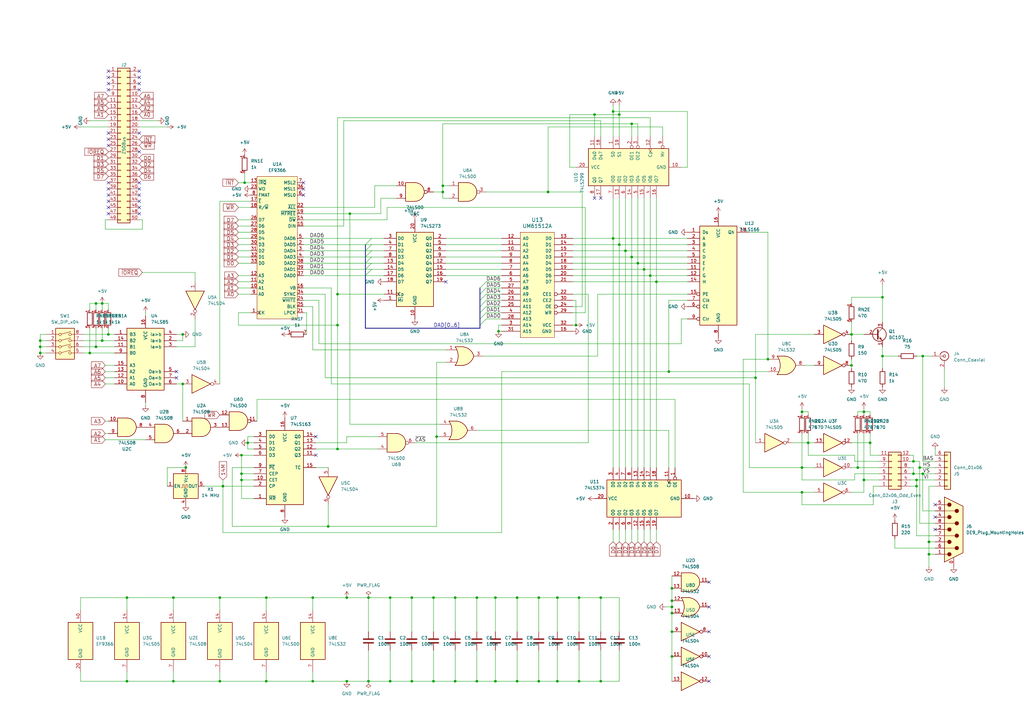
<source format=kicad_sch>
(kicad_sch (version 20230121) (generator eeschema)
  (paper "A3")
  (title_block (title "Z50Bus compatible GDP Card") (date "2024-04-26") (rev "1") (comment 1 "by Florian Reitz") (comment 3 "EF9366 graphics display processor") (comment 4 "Monochrome graphics card using the"))
  (junction (at 99.06 194.31))
  (junction (at 142.24 245.11))
  (junction (at 90.17 245.11))
  (junction (at 275.59 248.92))
  (junction (at 375.92 196.85))
  (junction (at 16.51 142.24))
  (junction (at 41.91 139.7))
  (junction (at 246.38 279.4))
  (junction (at 261.62 107.95))
  (junction (at 351.79 191.77))
  (junction (at 109.22 279.4))
  (junction (at 309.88 154.94))
  (junction (at 275.59 241.3))
  (junction (at 266.7 113.03))
  (junction (at 228.6 245.11))
  (junction (at 76.2 191.77))
  (junction (at 381 227.33))
  (junction (at 99.06 196.85))
  (junction (at 181.61 78.74))
  (junction (at 269.24 115.57))
  (junction (at 142.24 279.4))
  (junction (at 256.54 102.87))
  (junction (at 314.96 147.32))
  (junction (at 246.38 245.11))
  (junction (at 275.59 259.08))
  (junction (at 181.61 76.2))
  (junction (at 356.87 181.61))
  (junction (at 71.12 245.11))
  (junction (at 251.46 97.79))
  (junction (at 143.51 87.63))
  (junction (at 377.19 191.77))
  (junction (at 168.91 279.4))
  (junction (at 264.16 110.49))
  (junction (at 160.02 245.11))
  (junction (at 349.25 149.86))
  (junction (at 328.93 191.77))
  (junction (at 44.45 137.16))
  (junction (at 74.93 137.16))
  (junction (at 243.84 46.99))
  (junction (at 203.2 279.4))
  (junction (at 237.49 279.4))
  (junction (at 71.12 279.4))
  (junction (at 41.91 124.46))
  (junction (at 186.69 279.4))
  (junction (at 254 46.99))
  (junction (at 16.51 139.7))
  (junction (at 128.27 279.4))
  (junction (at 186.69 245.11))
  (junction (at 195.58 279.4))
  (junction (at 203.2 245.11))
  (junction (at 331.47 181.61))
  (junction (at 138.43 184.15))
  (junction (at 251.46 45.72))
  (junction (at 90.17 279.4))
  (junction (at 361.95 121.92))
  (junction (at 99.06 186.69))
  (junction (at 378.46 194.31))
  (junction (at 374.65 189.23))
  (junction (at 138.43 120.65))
  (junction (at 254 100.33))
  (junction (at 179.07 179.07))
  (junction (at 177.8 279.4))
  (junction (at 91.44 199.39))
  (junction (at 274.32 152.4))
  (junction (at 212.09 279.4))
  (junction (at 275.59 269.24))
  (junction (at 275.59 251.46))
  (junction (at 275.59 246.38))
  (junction (at 237.49 245.11))
  (junction (at 39.37 142.24))
  (junction (at 349.25 137.16))
  (junction (at 36.83 144.78))
  (junction (at 378.46 146.05))
  (junction (at 100.33 74.93))
  (junction (at 39.37 124.46))
  (junction (at 228.6 279.4))
  (junction (at 109.22 245.11))
  (junction (at 74.93 157.48))
  (junction (at 195.58 245.11))
  (junction (at 168.91 245.11))
  (junction (at 204.47 135.89))
  (junction (at 151.13 245.11))
  (junction (at 354.33 168.91))
  (junction (at 328.93 168.91))
  (junction (at 134.62 215.9))
  (junction (at 128.27 245.11))
  (junction (at 375.92 199.39))
  (junction (at 138.43 133.35))
  (junction (at 381 222.25))
  (junction (at 52.07 245.11))
  (junction (at 224.79 78.74))
  (junction (at 151.13 279.4))
  (junction (at 259.08 50.8))
  (junction (at 236.22 133.35))
  (junction (at 52.07 279.4))
  (junction (at 354.33 196.85))
  (junction (at 361.95 146.05))
  (junction (at 16.51 144.78))
  (junction (at 220.98 245.11))
  (junction (at 328.93 201.93))
  (junction (at 160.02 279.4))
  (junction (at 212.09 245.11))
  (junction (at 220.98 279.4))
  (junction (at 177.8 245.11))
  (junction (at 374.65 194.31))
  (junction (at 101.6 181.61))
  (junction (at 259.08 105.41))
  (no_connect (at 383.54 217.17))
  (no_connect (at 57.15 82.55))
  (no_connect (at 57.15 77.47))
  (no_connect (at 57.15 34.29))
  (no_connect (at 44.45 80.01))
  (no_connect (at 44.45 59.69))
  (no_connect (at 124.46 77.47))
  (no_connect (at 290.83 269.24))
  (no_connect (at 129.54 179.07))
  (no_connect (at 290.83 248.92))
  (no_connect (at 44.45 87.63))
  (no_connect (at 57.15 36.83))
  (no_connect (at 57.15 29.21))
  (no_connect (at 57.15 80.01))
  (no_connect (at 383.54 212.09))
  (no_connect (at 44.45 34.29))
  (no_connect (at 72.39 154.94))
  (no_connect (at 243.84 81.28))
  (no_connect (at 44.45 57.15))
  (no_connect (at 44.45 77.47))
  (no_connect (at 57.15 31.75))
  (no_connect (at 124.46 80.01))
  (no_connect (at 383.54 207.01))
  (no_connect (at 124.46 74.93))
  (no_connect (at 57.15 54.61))
  (no_connect (at 44.45 54.61))
  (no_connect (at 129.54 186.69))
  (no_connect (at 290.83 279.4))
  (no_connect (at 57.15 62.23))
  (no_connect (at 72.39 152.4))
  (no_connect (at 290.83 238.76))
  (no_connect (at 44.45 31.75))
  (no_connect (at 44.45 82.55))
  (no_connect (at 44.45 85.09))
  (no_connect (at 44.45 29.21))
  (no_connect (at 182.88 115.57))
  (no_connect (at 57.15 85.09))
  (no_connect (at 44.45 74.93))
  (no_connect (at 44.45 36.83))
  (no_connect (at 246.38 81.28))
  (no_connect (at 290.83 259.08))
  (no_connect (at 57.15 74.93))
  (no_connect (at 57.15 87.63))
  (bus_entry (at 196.85 130.81) (size 2.54 -2.54))
  (bus_entry (at 196.85 125.73) (size 2.54 -2.54))
  (bus_entry (at 196.85 128.27) (size 2.54 -2.54))
  (bus_entry (at 149.86 102.87) (size 2.54 -2.54))
  (bus_entry (at 196.85 123.19) (size 2.54 -2.54))
  (bus_entry (at 196.85 120.65) (size 2.54 -2.54))
  (bus_entry (at 196.85 133.35) (size 2.54 -2.54))
  (bus_entry (at 196.85 118.11) (size 2.54 -2.54))
  (bus_entry (at 149.86 100.33) (size 2.54 -2.54))
  (bus_entry (at 149.86 110.49) (size 2.54 -2.54))
  (bus_entry (at 149.86 105.41) (size 2.54 -2.54))
  (bus_entry (at 149.86 113.03) (size 2.54 -2.54))
  (bus_entry (at 149.86 107.95) (size 2.54 -2.54))
  (wire (pts (xy 373.38 194.31) (xy 374.65 194.31)))
  (wire (pts (xy 124.46 87.63) (xy 143.51 87.63)))
  (wire (pts (xy 34.29 144.78) (xy 36.83 144.78)))
  (wire (pts (xy 102.87 102.87) (xy 97.79 102.87)))
  (wire (pts (xy 233.68 46.99) (xy 243.84 46.99)))
  (wire (pts (xy 275.59 269.24) (xy 275.59 279.4)))
  (wire (pts (xy 203.2 266.7) (xy 203.2 279.4)))
  (wire (pts (xy 234.95 97.79) (xy 251.46 97.79)))
  (wire (pts (xy 149.86 107.95) (xy 152.4 107.95)))
  (wire (pts (xy 259.08 50.8) (xy 181.61 50.8)))
  (wire (pts (xy 168.91 266.7) (xy 168.91 279.4)))
  (wire (pts (xy 328.93 196.85) (xy 328.93 191.77)))
  (wire (pts (xy 351.79 168.91) (xy 354.33 168.91)))
  (wire (pts (xy 90.17 82.55) (xy 102.87 82.55)))
  (wire (pts (xy 387.35 151.13) (xy 387.35 158.75)))
  (wire (pts (xy 149.86 113.03) (xy 157.48 113.03)))
  (wire (pts (xy 383.54 224.79) (xy 367.03 224.79)))
  (wire (pts (xy 182.88 113.03) (xy 205.74 113.03)))
  (wire (pts (xy 351.79 170.18) (xy 351.79 168.91)))
  (wire (pts (xy 43.18 172.72) (xy 44.45 172.72)))
  (wire (pts (xy 91.44 218.44) (xy 205.74 218.44)))
  (bus (pts (xy 149.86 134.62) (xy 196.85 134.62)))
  (wire (pts (xy 276.86 163.83) (xy 105.41 163.83)))
  (wire (pts (xy 39.37 142.24) (xy 46.99 142.24)))
  (wire (pts (xy 238.76 78.74) (xy 238.76 125.73)))
  (wire (pts (xy 246.38 55.88) (xy 246.38 49.53)))
  (wire (pts (xy 129.54 191.77) (xy 134.62 191.77)))
  (wire (pts (xy 68.58 191.77) (xy 76.2 191.77)))
  (wire (pts (xy 276.86 191.77) (xy 276.86 163.83)))
  (wire (pts (xy 236.22 133.35) (xy 234.95 133.35)))
  (bus (pts (xy 149.86 110.49) (xy 149.86 113.03)))
  (wire (pts (xy 331.47 170.18) (xy 331.47 168.91)))
  (wire (pts (xy 264.16 81.28) (xy 264.16 110.49)))
  (wire (pts (xy 124.46 85.09) (xy 153.67 85.09)))
  (wire (pts (xy 105.41 163.83) (xy 105.41 172.72)))
  (wire (pts (xy 269.24 115.57) (xy 281.94 115.57)))
  (wire (pts (xy 373.38 189.23) (xy 374.65 189.23)))
  (wire (pts (xy 130.81 140.97) (xy 279.4 140.97)))
  (wire (pts (xy 349.25 132.08) (xy 349.25 137.16)))
  (wire (pts (xy 151.13 266.7) (xy 151.13 279.4)))
  (wire (pts (xy 361.95 121.92) (xy 349.25 121.92)))
  (wire (pts (xy 68.58 199.39) (xy 68.58 191.77)))
  (wire (pts (xy 182.88 100.33) (xy 205.74 100.33)))
  (wire (pts (xy 143.51 173.99) (xy 143.51 87.63)))
  (wire (pts (xy 264.16 217.17) (xy 264.16 222.25)))
  (wire (pts (xy 57.15 90.17) (xy 58.42 90.17)))
  (wire (pts (xy 199.39 78.74) (xy 224.79 78.74)))
  (wire (pts (xy 224.79 52.07) (xy 224.79 78.74)))
  (wire (pts (xy 361.95 151.13) (xy 361.95 146.05)))
  (wire (pts (xy 104.14 204.47) (xy 99.06 204.47)))
  (wire (pts (xy 44.45 49.53) (xy 36.83 49.53)))
  (wire (pts (xy 43.18 149.86) (xy 46.99 149.86)))
  (wire (pts (xy 97.79 113.03) (xy 102.87 113.03)))
  (wire (pts (xy 99.06 196.85) (xy 99.06 194.31)))
  (wire (pts (xy 275.59 259.08) (xy 275.59 269.24)))
  (wire (pts (xy 152.4 100.33) (xy 157.48 100.33)))
  (wire (pts (xy 33.02 279.4) (xy 52.07 279.4)))
  (wire (pts (xy 140.97 49.53) (xy 246.38 49.53)))
  (wire (pts (xy 101.6 184.15) (xy 104.14 184.15)))
  (wire (pts (xy 52.07 275.59) (xy 52.07 279.4)))
  (wire (pts (xy 124.46 110.49) (xy 149.86 110.49)))
  (wire (pts (xy 378.46 194.31) (xy 383.54 194.31)))
  (wire (pts (xy 203.2 279.4) (xy 212.09 279.4)))
  (wire (pts (xy 151.13 259.08) (xy 151.13 245.11)))
  (wire (pts (xy 381 199.39) (xy 381 222.25)))
  (wire (pts (xy 41.91 134.62) (xy 41.91 139.7)))
  (wire (pts (xy 275.59 241.3) (xy 275.59 246.38)))
  (wire (pts (xy 212.09 259.08) (xy 212.09 245.11)))
  (wire (pts (xy 251.46 81.28) (xy 251.46 97.79)))
  (wire (pts (xy 349.25 147.32) (xy 349.25 149.86)))
  (wire (pts (xy 358.14 207.01) (xy 328.93 207.01)))
  (wire (pts (xy 279.4 130.81) (xy 281.94 130.81)))
  (wire (pts (xy 238.76 125.73) (xy 234.95 125.73)))
  (wire (pts (xy 212.09 279.4) (xy 220.98 279.4)))
  (wire (pts (xy 99.06 194.31) (xy 104.14 194.31)))
  (wire (pts (xy 243.84 55.88) (xy 243.84 46.99)))
  (wire (pts (xy 354.33 177.8) (xy 354.33 196.85)))
  (wire (pts (xy 102.87 128.27) (xy 97.79 128.27)))
  (wire (pts (xy 186.69 245.11) (xy 195.58 245.11)))
  (wire (pts (xy 350.52 186.69) (xy 331.47 186.69)))
  (wire (pts (xy 138.43 133.35) (xy 138.43 184.15)))
  (wire (pts (xy 381 222.25) (xy 383.54 222.25)))
  (wire (pts (xy 356.87 181.61) (xy 356.87 186.69)))
  (wire (pts (xy 97.79 118.11) (xy 102.87 118.11)))
  (wire (pts (xy 349.25 149.86) (xy 349.25 151.13)))
  (wire (pts (xy 220.98 259.08) (xy 220.98 245.11)))
  (wire (pts (xy 361.95 116.84) (xy 361.95 121.92)))
  (wire (pts (xy 328.93 167.64) (xy 328.93 168.91)))
  (wire (pts (xy 264.16 110.49) (xy 281.94 110.49)))
  (wire (pts (xy 124.46 113.03) (xy 149.86 113.03)))
  (wire (pts (xy 138.43 184.15) (xy 154.94 184.15)))
  (wire (pts (xy 381 222.25) (xy 381 227.33)))
  (wire (pts (xy 44.45 137.16) (xy 46.99 137.16)))
  (wire (pts (xy 251.46 97.79) (xy 251.46 191.77)))
  (wire (pts (xy 259.08 105.41) (xy 259.08 191.77)))
  (wire (pts (xy 138.43 184.15) (xy 129.54 184.15)))
  (wire (pts (xy 140.97 92.71) (xy 140.97 49.53)))
  (wire (pts (xy 124.46 123.19) (xy 130.81 123.19)))
  (wire (pts (xy 354.33 196.85) (xy 354.33 201.93)))
  (wire (pts (xy 43.18 157.48) (xy 46.99 157.48)))
  (wire (pts (xy 142.24 179.07) (xy 142.24 181.61)))
  (wire (pts (xy 378.46 209.55) (xy 383.54 209.55)))
  (wire (pts (xy 233.68 68.58) (xy 233.68 46.99)))
  (wire (pts (xy 41.91 124.46) (xy 44.45 124.46)))
  (wire (pts (xy 149.86 105.41) (xy 152.4 105.41)))
  (wire (pts (xy 360.68 189.23) (xy 350.52 189.23)))
  (wire (pts (xy 128.27 275.59) (xy 128.27 279.4)))
  (wire (pts (xy 182.88 107.95) (xy 205.74 107.95)))
  (wire (pts (xy 205.74 152.4) (xy 274.32 152.4)))
  (wire (pts (xy 373.38 191.77) (xy 374.65 191.77)))
  (wire (pts (xy 149.86 100.33) (xy 152.4 100.33)))
  (wire (pts (xy 128.27 125.73) (xy 128.27 143.51)))
  (wire (pts (xy 360.68 194.31) (xy 350.52 194.31)))
  (wire (pts (xy 241.3 181.61) (xy 170.18 181.61)))
  (wire (pts (xy 375.92 196.85) (xy 375.92 199.39)))
  (wire (pts (xy 358.14 199.39) (xy 358.14 207.01)))
  (wire (pts (xy 351.79 177.8) (xy 351.79 191.77)))
  (wire (pts (xy 220.98 279.4) (xy 228.6 279.4)))
  (wire (pts (xy 124.46 102.87) (xy 149.86 102.87)))
  (wire (pts (xy 237.49 266.7) (xy 237.49 279.4)))
  (bus (pts (xy 149.86 102.87) (xy 149.86 105.41)))
  (wire (pts (xy 152.4 105.41) (xy 157.48 105.41)))
  (wire (pts (xy 41.91 139.7) (xy 46.99 139.7)))
  (wire (pts (xy 83.82 199.39) (xy 91.44 199.39)))
  (wire (pts (xy 234.95 115.57) (xy 269.24 115.57)))
  (wire (pts (xy 269.24 217.17) (xy 269.24 222.25)))
  (wire (pts (xy 378.46 146.05) (xy 382.27 146.05)))
  (wire (pts (xy 377.19 189.23) (xy 377.19 191.77)))
  (wire (pts (xy 354.33 167.64) (xy 354.33 168.91)))
  (wire (pts (xy 375.92 196.85) (xy 383.54 196.85)))
  (wire (pts (xy 91.44 199.39) (xy 91.44 218.44)))
  (wire (pts (xy 271.78 52.07) (xy 224.79 52.07)))
  (wire (pts (xy 377.19 191.77) (xy 377.19 214.63)))
  (wire (pts (xy 269.24 81.28) (xy 269.24 115.57)))
  (wire (pts (xy 128.27 245.11) (xy 128.27 250.19)))
  (wire (pts (xy 328.93 168.91) (xy 328.93 170.18)))
  (wire (pts (xy 279.4 140.97) (xy 279.4 130.81)))
  (wire (pts (xy 354.33 168.91) (xy 354.33 170.18)))
  (wire (pts (xy 381 227.33) (xy 383.54 227.33)))
  (wire (pts (xy 259.08 105.41) (xy 281.94 105.41)))
  (wire (pts (xy 59.69 128.27) (xy 59.69 129.54)))
  (wire (pts (xy 256.54 102.87) (xy 281.94 102.87)))
  (wire (pts (xy 195.58 245.11) (xy 195.58 259.08)))
  (wire (pts (xy 331.47 181.61) (xy 334.01 181.61)))
  (wire (pts (xy 325.12 181.61) (xy 331.47 181.61)))
  (wire (pts (xy 39.37 124.46) (xy 41.91 124.46)))
  (wire (pts (xy 41.91 124.46) (xy 41.91 127)))
  (wire (pts (xy 90.17 157.48) (xy 90.17 82.55)))
  (wire (pts (xy 254 81.28) (xy 254 100.33)))
  (wire (pts (xy 354.33 196.85) (xy 360.68 196.85)))
  (wire (pts (xy 33.02 250.19) (xy 33.02 245.11)))
  (bus (pts (xy 196.85 125.73) (xy 196.85 128.27)))
  (wire (pts (xy 375.92 219.71) (xy 383.54 219.71)))
  (wire (pts (xy 124.46 107.95) (xy 149.86 107.95)))
  (wire (pts (xy 134.62 207.01) (xy 134.62 215.9)))
  (wire (pts (xy 383.54 184.15) (xy 383.54 186.69)))
  (wire (pts (xy 186.69 266.7) (xy 186.69 279.4)))
  (wire (pts (xy 182.88 97.79) (xy 205.74 97.79)))
  (wire (pts (xy 373.38 196.85) (xy 375.92 196.85)))
  (wire (pts (xy 177.8 245.11) (xy 186.69 245.11)))
  (wire (pts (xy 39.37 134.62) (xy 39.37 142.24)))
  (wire (pts (xy 309.88 154.94) (xy 309.88 181.61)))
  (wire (pts (xy 259.08 81.28) (xy 259.08 105.41)))
  (wire (pts (xy 177.8 266.7) (xy 177.8 279.4)))
  (wire (pts (xy 72.39 137.16) (xy 74.93 137.16)))
  (wire (pts (xy 328.93 207.01) (xy 328.93 201.93)))
  (wire (pts (xy 177.8 245.11) (xy 177.8 259.08)))
  (wire (pts (xy 256.54 81.28) (xy 256.54 102.87)))
  (wire (pts (xy 125.73 128.27) (xy 125.73 137.16)))
  (wire (pts (xy 102.87 95.25) (xy 97.79 95.25)))
  (wire (pts (xy 274.32 176.53) (xy 274.32 191.77)))
  (wire (pts (xy 181.61 78.74) (xy 181.61 81.28)))
  (wire (pts (xy 374.65 189.23) (xy 377.19 189.23)))
  (wire (pts (xy 266.7 217.17) (xy 266.7 222.25)))
  (wire (pts (xy 304.8 147.32) (xy 304.8 201.93)))
  (wire (pts (xy 251.46 217.17) (xy 251.46 222.25)))
  (wire (pts (xy 124.46 128.27) (xy 125.73 128.27)))
  (wire (pts (xy 234.95 105.41) (xy 259.08 105.41)))
  (wire (pts (xy 154.94 179.07) (xy 142.24 179.07)))
  (wire (pts (xy 195.58 245.11) (xy 203.2 245.11)))
  (wire (pts (xy 205.74 133.35) (xy 204.47 133.35)))
  (wire (pts (xy 149.86 102.87) (xy 152.4 102.87)))
  (wire (pts (xy 80.01 130.81) (xy 80.01 142.24)))
  (wire (pts (xy 228.6 245.11) (xy 228.6 259.08)))
  (wire (pts (xy 128.27 245.11) (xy 142.24 245.11)))
  (wire (pts (xy 307.34 191.77) (xy 328.93 191.77)))
  (wire (pts (xy 91.44 199.39) (xy 104.14 199.39)))
  (wire (pts (xy 199.39 125.73) (xy 205.74 125.73)))
  (wire (pts (xy 72.39 157.48) (xy 74.93 157.48)))
  (wire (pts (xy 251.46 97.79) (xy 281.94 97.79)))
  (wire (pts (xy 186.69 279.4) (xy 195.58 279.4)))
  (wire (pts (xy 237.49 245.11) (xy 246.38 245.11)))
  (wire (pts (xy 349.25 201.93) (xy 354.33 201.93)))
  (wire (pts (xy 133.35 154.94) (xy 309.88 154.94)))
  (wire (pts (xy 275.59 251.46) (xy 275.59 259.08)))
  (wire (pts (xy 95.25 215.9) (xy 134.62 215.9)))
  (wire (pts (xy 43.18 93.98) (xy 43.18 90.17)))
  (wire (pts (xy 44.45 52.07) (xy 33.02 52.07)))
  (wire (pts (xy 237.49 279.4) (xy 228.6 279.4)))
  (wire (pts (xy 254 100.33) (xy 281.94 100.33)))
  (wire (pts (xy 160.02 279.4) (xy 168.91 279.4)))
  (bus (pts (xy 196.85 133.35) (xy 196.85 134.62)))
  (wire (pts (xy 52.07 245.11) (xy 52.07 250.19)))
  (wire (pts (xy 43.18 180.34) (xy 59.69 180.34)))
  (wire (pts (xy 331.47 186.69) (xy 331.47 181.61)))
  (wire (pts (xy 152.4 110.49) (xy 157.48 110.49)))
  (wire (pts (xy 381 199.39) (xy 383.54 199.39)))
  (wire (pts (xy 160.02 259.08) (xy 160.02 245.11)))
  (wire (pts (xy 181.61 76.2) (xy 181.61 78.74)))
  (wire (pts (xy 274.32 123.19) (xy 274.32 152.4)))
  (wire (pts (xy 361.95 142.24) (xy 361.95 146.05)))
  (wire (pts (xy 245.11 146.05) (xy 245.11 120.65)))
  (wire (pts (xy 71.12 279.4) (xy 90.17 279.4)))
  (wire (pts (xy 124.46 120.65) (xy 133.35 120.65)))
  (wire (pts (xy 143.51 87.63) (xy 156.21 87.63)))
  (wire (pts (xy 328.93 191.77) (xy 334.01 191.77)))
  (wire (pts (xy 246.38 266.7) (xy 246.38 279.4)))
  (wire (pts (xy 281.94 68.58) (xy 281.94 45.72)))
  (wire (pts (xy 44.45 134.62) (xy 44.45 137.16)))
  (wire (pts (xy 36.83 134.62) (xy 36.83 144.78)))
  (wire (pts (xy 240.03 85.09) (xy 240.03 128.27)))
  (wire (pts (xy 168.91 245.11) (xy 177.8 245.11)))
  (wire (pts (xy 350.52 196.85) (xy 328.93 196.85)))
  (wire (pts (xy 204.47 133.35) (xy 204.47 135.89)))
  (wire (pts (xy 36.83 144.78) (xy 46.99 144.78)))
  (wire (pts (xy 241.3 120.65) (xy 241.3 181.61)))
  (wire (pts (xy 195.58 279.4) (xy 203.2 279.4)))
  (wire (pts (xy 138.43 120.65) (xy 157.48 120.65)))
  (wire (pts (xy 124.46 105.41) (xy 149.86 105.41)))
  (wire (pts (xy 356.87 168.91) (xy 354.33 168.91)))
  (wire (pts (xy 43.18 152.4) (xy 46.99 152.4)))
  (wire (pts (xy 254 245.11) (xy 254 259.08)))
  (wire (pts (xy 177.8 279.4) (xy 186.69 279.4)))
  (wire (pts (xy 199.39 120.65) (xy 205.74 120.65)))
  (wire (pts (xy 34.29 139.7) (xy 41.91 139.7)))
  (wire (pts (xy 374.65 191.77) (xy 374.65 194.31)))
  (wire (pts (xy 279.4 68.58) (xy 281.94 68.58)))
  (wire (pts (xy 64.77 49.53) (xy 57.15 49.53)))
  (wire (pts (xy 99.06 196.85) (xy 104.14 196.85)))
  (wire (pts (xy 102.87 92.71) (xy 97.79 92.71)))
  (wire (pts (xy 52.07 279.4) (xy 71.12 279.4)))
  (wire (pts (xy 251.46 45.72) (xy 251.46 55.88)))
  (wire (pts (xy 100.33 71.12) (xy 100.33 74.93)))
  (wire (pts (xy 304.8 201.93) (xy 328.93 201.93)))
  (wire (pts (xy 34.29 142.24) (xy 39.37 142.24)))
  (wire (pts (xy 377.19 191.77) (xy 383.54 191.77)))
  (wire (pts (xy 151.13 245.11) (xy 160.02 245.11)))
  (wire (pts (xy 199.39 118.11) (xy 205.74 118.11)))
  (wire (pts (xy 130.81 123.19) (xy 130.81 140.97)))
  (wire (pts (xy 90.17 275.59) (xy 90.17 279.4)))
  (wire (pts (xy 234.95 120.65) (xy 241.3 120.65)))
  (wire (pts (xy 72.39 142.24) (xy 80.01 142.24)))
  (wire (pts (xy 135.89 118.11) (xy 135.89 157.48)))
  (wire (pts (xy 149.86 110.49) (xy 152.4 110.49)))
  (wire (pts (xy 97.79 120.65) (xy 102.87 120.65)))
  (wire (pts (xy 261.62 81.28) (xy 261.62 107.95)))
  (wire (pts (xy 102.87 97.79) (xy 97.79 97.79)))
  (wire (pts (xy 160.02 245.11) (xy 168.91 245.11)))
  (wire (pts (xy 142.24 245.11) (xy 151.13 245.11)))
  (wire (pts (xy 271.78 55.88) (xy 271.78 52.07)))
  (wire (pts (xy 349.25 121.92) (xy 349.25 124.46)))
  (wire (pts (xy 90.17 245.11) (xy 90.17 250.19)))
  (wire (pts (xy 152.4 107.95) (xy 157.48 107.95)))
  (wire (pts (xy 198.12 146.05) (xy 245.11 146.05)))
  (wire (pts (xy 16.51 137.16) (xy 16.51 139.7)))
  (wire (pts (xy 361.95 121.92) (xy 361.95 132.08)))
  (wire (pts (xy 234.95 113.03) (xy 266.7 113.03)))
  (wire (pts (xy 275.59 248.92) (xy 275.59 251.46)))
  (wire (pts (xy 181.61 50.8) (xy 181.61 76.2)))
  (wire (pts (xy 373.38 199.39) (xy 375.92 199.39)))
  (wire (pts (xy 158.75 90.17) (xy 158.75 85.09)))
  (wire (pts (xy 314.96 147.32) (xy 304.8 147.32)))
  (wire (pts (xy 124.46 92.71) (xy 140.97 92.71)))
  (wire (pts (xy 179.07 179.07) (xy 180.34 179.07)))
  (wire (pts (xy 179.07 215.9) (xy 134.62 215.9)))
  (bus (pts (xy 196.85 123.19) (xy 196.85 125.73)))
  (wire (pts (xy 43.18 177.8) (xy 44.45 177.8)))
  (wire (pts (xy 205.74 218.44) (xy 205.74 152.4)))
  (wire (pts (xy 109.22 245.11) (xy 109.22 250.19)))
  (wire (pts (xy 16.51 144.78) (xy 19.05 144.78)))
  (wire (pts (xy 184.15 76.2) (xy 181.61 76.2)))
  (wire (pts (xy 124.46 125.73) (xy 128.27 125.73)))
  (wire (pts (xy 266.7 81.28) (xy 266.7 113.03)))
  (wire (pts (xy 39.37 127) (xy 39.37 124.46)))
  (wire (pts (xy 128.27 143.51) (xy 182.88 143.51)))
  (wire (pts (xy 199.39 128.27) (xy 205.74 128.27)))
  (wire (pts (xy 203.2 245.11) (xy 212.09 245.11)))
  (wire (pts (xy 261.62 50.8) (xy 259.08 50.8)))
  (wire (pts (xy 151.13 279.4) (xy 160.02 279.4)))
  (wire (pts (xy 16.51 142.24) (xy 16.51 144.78)))
  (wire (pts (xy 43.18 154.94) (xy 46.99 154.94)))
  (wire (pts (xy 224.79 78.74) (xy 238.76 78.74)))
  (wire (pts (xy 97.79 133.35) (xy 138.43 133.35)))
  (wire (pts (xy 261.62 107.95) (xy 261.62 191.77)))
  (wire (pts (xy 212.09 266.7) (xy 212.09 279.4)))
  (wire (pts (xy 71.12 275.59) (xy 71.12 279.4)))
  (wire (pts (xy 124.46 90.17) (xy 158.75 90.17)))
  (wire (pts (xy 57.15 52.07) (xy 68.58 52.07)))
  (wire (pts (xy 74.93 137.16) (xy 74.93 139.7)))
  (wire (pts (xy 109.22 275.59) (xy 109.22 279.4)))
  (wire (pts (xy 228.6 245.11) (xy 237.49 245.11)))
  (wire (pts (xy 74.93 157.48) (xy 74.93 172.72)))
  (wire (pts (xy 181.61 78.74) (xy 177.8 78.74)))
  (wire (pts (xy 240.03 128.27) (xy 234.95 128.27)))
  (wire (pts (xy 58.42 90.17) (xy 58.42 93.98)))
  (wire (pts (xy 97.79 85.09) (xy 102.87 85.09)))
  (wire (pts (xy 266.7 55.88) (xy 266.7 48.26)))
  (wire (pts (xy 275.59 246.38) (xy 275.59 248.92)))
  (wire (pts (xy 243.84 46.99) (xy 254 46.99)))
  (wire (pts (xy 351.79 191.77) (xy 360.68 191.77)))
  (wire (pts (xy 331.47 177.8) (xy 331.47 181.61)))
  (wire (pts (xy 375.92 146.05) (xy 378.46 146.05)))
  (wire (pts (xy 152.4 97.79) (xy 157.48 97.79)))
  (wire (pts (xy 261.62 107.95) (xy 281.94 107.95)))
  (wire (pts (xy 199.39 123.19) (xy 205.74 123.19)))
  (wire (pts (xy 99.06 204.47) (xy 99.06 196.85)))
  (wire (pts (xy 97.79 74.93) (xy 100.33 74.93)))
  (wire (pts (xy 102.87 105.41) (xy 97.79 105.41)))
  (wire (pts (xy 71.12 245.11) (xy 71.12 250.19)))
  (bus (pts (xy 196.85 120.65) (xy 196.85 123.19)))
  (wire (pts (xy 95.25 191.77) (xy 104.14 191.77)))
  (wire (pts (xy 16.51 142.24) (xy 19.05 142.24)))
  (wire (pts (xy 124.46 100.33) (xy 149.86 100.33)))
  (wire (pts (xy 360.68 199.39) (xy 358.14 199.39)))
  (wire (pts (xy 160.02 266.7) (xy 160.02 279.4)))
  (wire (pts (xy 71.12 245.11) (xy 90.17 245.11)))
  (wire (pts (xy 33.02 279.4) (xy 33.02 275.59)))
  (wire (pts (xy 256.54 102.87) (xy 256.54 191.77)))
  (wire (pts (xy 182.88 110.49) (xy 205.74 110.49)))
  (wire (pts (xy 234.95 123.19) (xy 236.22 123.19)))
  (wire (pts (xy 246.38 245.11) (xy 246.38 259.08)))
  (wire (pts (xy 80.01 115.57) (xy 80.01 111.76)))
  (wire (pts (xy 203.2 259.08) (xy 203.2 245.11)))
  (wire (pts (xy 156.21 81.28) (xy 162.56 81.28)))
  (wire (pts (xy 349.25 191.77) (xy 351.79 191.77)))
  (wire (pts (xy 331.47 168.91) (xy 328.93 168.91)))
  (wire (pts (xy 259.08 217.17) (xy 259.08 222.25)))
  (wire (pts (xy 156.21 87.63) (xy 156.21 81.28)))
  (wire (pts (xy 97.79 128.27) (xy 97.79 133.35)))
  (wire (pts (xy 19.05 137.16) (xy 16.51 137.16)))
  (wire (pts (xy 44.45 124.46) (xy 44.45 127)))
  (wire (pts (xy 90.17 245.11) (xy 109.22 245.11)))
  (wire (pts (xy 36.83 124.46) (xy 39.37 124.46)))
  (wire (pts (xy 349.25 137.16) (xy 354.33 137.16)))
  (wire (pts (xy 104.14 179.07) (xy 101.6 179.07)))
  (bus (pts (xy 196.85 128.27) (xy 196.85 130.81)))
  (wire (pts (xy 246.38 279.4) (xy 237.49 279.4)))
  (wire (pts (xy 356.87 186.69) (xy 360.68 186.69)))
  (wire (pts (xy 264.16 110.49) (xy 264.16 191.77)))
  (wire (pts (xy 254 279.4) (xy 246.38 279.4)))
  (wire (pts (xy 91.44 196.85) (xy 91.44 199.39)))
  (wire (pts (xy 124.46 97.79) (xy 152.4 97.79)))
  (wire (pts (xy 158.75 85.09) (xy 240.03 85.09)))
  (wire (pts (xy 195.58 266.7) (xy 195.58 279.4)))
  (wire (pts (xy 168.91 279.4) (xy 177.8 279.4)))
  (bus (pts (xy 196.85 130.81) (xy 196.85 133.35)))
  (wire (pts (xy 95.25 215.9) (xy 95.25 191.77)))
  (wire (pts (xy 102.87 107.95) (xy 97.79 107.95)))
  (wire (pts (xy 58.42 93.98) (xy 43.18 93.98)))
  (wire (pts (xy 254 43.18) (xy 254 46.99)))
  (wire (pts (xy 275.59 248.92) (xy 273.05 248.92)))
  (wire (pts (xy 182.88 102.87) (xy 205.74 102.87)))
  (wire (pts (xy 373.38 186.69) (xy 374.65 186.69)))
  (wire (pts (xy 101.6 181.61) (xy 104.14 181.61)))
  (wire (pts (xy 269.24 115.57) (xy 269.24 191.77)))
  (wire (pts (xy 234.95 110.49) (xy 264.16 110.49)))
  (bus (pts (xy 149.86 113.03) (xy 149.86 134.62)))
  (wire (pts (xy 36.83 127) (xy 36.83 124.46)))
  (wire (pts (xy 256.54 217.17) (xy 256.54 222.25)))
  (wire (pts (xy 349.25 137.16) (xy 349.25 139.7)))
  (wire (pts (xy 100.33 74.93) (xy 102.87 74.93)))
  (bus (pts (xy 149.86 105.41) (xy 149.86 107.95)))
  (wire (pts (xy 128.27 279.4) (xy 142.24 279.4)))
  (wire (pts (xy 109.22 279.4) (xy 128.27 279.4)))
  (wire (pts (xy 236.22 68.58) (xy 233.68 68.58)))
  (wire (pts (xy 16.51 139.7) (xy 19.05 139.7)))
  (wire (pts (xy 186.69 245.11) (xy 186.69 259.08)))
  (wire (pts (xy 102.87 100.33) (xy 97.79 100.33)))
  (wire (pts (xy 220.98 266.7) (xy 220.98 279.4)))
  (wire (pts (xy 109.22 245.11) (xy 128.27 245.11)))
  (wire (pts (xy 349.25 181.61) (xy 356.87 181.61)))
  (wire (pts (xy 350.52 194.31) (xy 350.52 196.85)))
  (wire (pts (xy 236.22 123.19) (xy 236.22 133.35)))
  (wire (pts (xy 199.39 130.81) (xy 205.74 130.81)))
  (bus (pts (xy 149.86 107.95) (xy 149.86 110.49)))
  (wire (pts (xy 307.34 95.25) (xy 314.96 95.25)))
  (wire (pts (xy 234.95 102.87) (xy 256.54 102.87)))
  (wire (pts (xy 307.34 157.48) (xy 307.34 191.77)))
  (wire (pts (xy 152.4 102.87) (xy 157.48 102.87)))
  (wire (pts (xy 138.43 120.65) (xy 138.43 133.35)))
  (wire (pts (xy 101.6 179.07) (xy 101.6 181.61)))
  (wire (pts (xy 266.7 113.03) (xy 281.94 113.03)))
  (wire (pts (xy 212.09 245.11) (xy 220.98 245.11)))
  (wire (pts (xy 259.08 55.88) (xy 259.08 50.8)))
  (wire (pts (xy 104.14 186.69) (xy 99.06 186.69)))
  (wire (pts (xy 254 217.17) (xy 254 222.25)))
  (wire (pts (xy 199.39 115.57) (xy 205.74 115.57)))
  (wire (pts (xy 254 100.33) (xy 254 191.77)))
  (wire (pts (xy 381 227.33) (xy 381 232.41)))
  (wire (pts (xy 356.87 170.18) (xy 356.87 168.91)))
  (wire (pts (xy 16.51 139.7) (xy 16.51 142.24)))
  (wire (pts (xy 361.95 146.05) (xy 368.3 146.05)))
  (wire (pts (xy 275.59 236.22) (xy 275.59 241.3)))
  (wire (pts (xy 266.7 48.26) (xy 138.43 48.26)))
  (wire (pts (xy 261.62 217.17) (xy 261.62 222.25)))
  (wire (pts (xy 168.91 245.11) (xy 168.91 259.08)))
  (wire (pts (xy 153.67 76.2) (xy 162.56 76.2)))
  (wire (pts (xy 180.34 173.99) (xy 143.51 173.99)))
  (wire (pts (xy 153.67 85.09) (xy 153.67 76.2)))
  (wire (pts (xy 97.79 115.57) (xy 102.87 115.57)))
  (wire (pts (xy 80.01 111.76) (xy 58.42 111.76)))
  (wire (pts (xy 330.2 149.86) (xy 334.01 149.86)))
  (wire (pts (xy 374.65 186.69) (xy 374.65 189.23)))
  (wire (pts (xy 266.7 113.03) (xy 266.7 191.77)))
  (wire (pts (xy 328.93 177.8) (xy 328.93 191.77)))
  (wire (pts (xy 133.35 120.65) (xy 133.35 154.94)))
  (wire (pts (xy 237.49 259.08) (xy 237.49 245.11)))
  (wire (pts (xy 99.06 186.69) (xy 99.06 194.31)))
  (wire (pts (xy 377.19 214.63) (xy 383.54 214.63)))
  (wire (pts (xy 261.62 55.88) (xy 261.62 50.8)))
  (wire (pts (xy 34.29 137.16) (xy 44.45 137.16)))
  (wire (pts (xy 195.58 176.53) (xy 274.32 176.53)))
  (wire (pts (xy 378.46 194.31) (xy 378.46 209.55)))
  (wire (pts (xy 314.96 95.25) (xy 314.96 147.32)))
  (wire (pts (xy 179.07 148.59) (xy 179.07 179.07)))
  (wire (pts (xy 72.39 139.7) (xy 74.93 139.7)))
  (wire (pts (xy 328.93 201.93) (xy 334.01 201.93)))
  (wire (pts (xy 135.89 157.48) (xy 307.34 157.48)))
  (wire (pts (xy 281.94 123.19) (xy 274.32 123.19)))
  (wire (pts (xy 184.15 81.28) (xy 181.61 81.28)))
  (wire (pts (xy 334.01 137.16) (xy 309.88 137.16)))
  (wire (pts (xy 204.47 135.89) (xy 205.74 135.89)))
  (wire (pts (xy 234.95 100.33) (xy 254 100.33)))
  (wire (pts (xy 309.88 137.16) (xy 309.88 154.94)))
  (wire (pts (xy 246.38 245.11) (xy 254 245.11)))
  (wire (pts (xy 350.52 189.23) (xy 350.52 186.69)))
  (wire (pts (xy 52.07 245.11) (xy 71.12 245.11)))
  (wire (pts (xy 43.18 90.17) (xy 44.45 90.17)))
  (wire (pts (xy 90.17 279.4) (xy 109.22 279.4)))
  (wire (pts (xy 356.87 177.8) (xy 356.87 181.61)))
  (wire (pts (xy 367.03 224.79) (xy 367.03 220.98)))
  (wire (pts (xy 251.46 45.72) (xy 281.94 45.72)))
  (wire (pts (xy 59.69 166.37) (xy 59.69 165.1)))
  (wire (pts (xy 142.24 279.4) (xy 151.13 279.4)))
  (wire (pts (xy 124.46 118.11) (xy 135.89 118.11)))
  (wire (pts (xy 254 46.99) (xy 254 55.88)))
  (wire (pts (xy 383.54 189.23) (xy 378.46 189.23)))
  (wire (pts (xy 251.46 43.18) (xy 251.46 45.72)))
  (wire (pts (xy 378.46 189.23) (xy 378.46 146.05)))
  (wire (pts (xy 138.43 48.26) (xy 138.43 120.65)))
  (wire (pts (xy 374.65 194.31) (xy 378.46 194.31)))
  (wire (pts (xy 142.24 181.61) (xy 129.54 181.61)))
  (wire (pts (xy 245.11 120.65) (xy 281.94 120.65)))
  (wire (pts (xy 314.96 152.4) (xy 274.32 152.4)))
  (wire (pts (xy 182.88 148.59) (xy 179.07 148.59)))
  (wire (pts (xy 220.98 245.11) (xy 228.6 245.11)))
  (wire (pts (xy 101.6 181.61) (xy 101.6 184.15)))
  (wire (pts (xy 33.02 245.11) (xy 52.07 245.11)))
  (bus (pts (xy 196.85 118.11) (xy 196.85 120.65)))
  (wire (pts (xy 179.07 179.07) (xy 179.07 215.9)))
  (wire (pts (xy 182.88 105.41) (xy 205.74 105.41)))
  (wire (pts (xy 375.92 199.39) (xy 375.92 219.71)))
  (wire (pts (xy 254 266.7) (xy 254 279.4)))
  (wire (pts (xy 102.87 90.17) (xy 97.79 90.17)))
  (bus (pts (xy 149.86 100.33) (xy 149.86 102.87)))
  (wire (pts (xy 228.6 266.7) (xy 228.6 279.4)))
  (wire (pts (xy 234.95 107.95) (xy 261.62 107.95)))
  (label "DAD1" (at 127 110.49 0) (effects (font (size 1.524 1.524))))
  (label "DAD3" (at 127 105.41 0) (effects (font (size 1.524 1.524))))
  (label "DAD3" (at 199.39 123.19 0) (effects (font (size 1.524 1.524))))
  (label "DAD5" (at 127 100.33 0) (effects (font (size 1.524 1.524))))
  (label "DAD0" (at 199.39 130.81 0) (effects (font (size 1.524 1.524))))
  (label "DAD2" (at 127 107.95 0) (effects (font (size 1.524 1.524))))
  (label "DAD[0..6]" (at 177.8 134.62 0) (effects (font (size 1.524 1.524))))
  (label "DAD6" (at 199.39 115.57 0) (effects (font (size 1.524 1.524))))
  (label "VS" (at 378.46 194.31 0) (effects (font (size 1.524 1.524))))
  (label "DAD0" (at 127 113.03 0) (effects (font (size 1.524 1.524))))
  (label "VI" (at 381 196.85 180) (effects (font (size 1.524 1.524))))
  (label "DAD4" (at 127 102.87 0) (effects (font (size 1.524 1.524))))
  (label "DAD4" (at 199.39 120.65 0) (effects (font (size 1.524 1.524))))
  (label "BAS" (at 378.46 189.23 0) (effects (font (size 1.524 1.524))))
  (label "DAD5" (at 199.39 118.11 0) (effects (font (size 1.524 1.524))))
  (label "DAD1" (at 199.39 128.27 0) (effects (font (size 1.524 1.524))))
  (label "DAD6" (at 127 97.79 0) (effects (font (size 1.524 1.524))))
  (label "~{CAS}" (at 170.18 181.61 0) (effects (font (size 1.524 1.524))))
  (label "HS" (at 378.46 191.77 0) (effects (font (size 1.524 1.524))))
  (label "DAD2" (at 199.39 125.73 0) (effects (font (size 1.524 1.524))))
  (global_label "D1" (shape input) (at 44.45 64.77 180) (effects (font (size 1.524 1.524))) (property "Intersheetrefs" "${INTERSHEET_REFS}" (effects hide)))
  (global_label "A6" (shape input) (at 57.15 39.37 0) (effects (font (size 1.524 1.524))) (property "Intersheetrefs" "${INTERSHEET_REFS}" (effects hide)))
  (global_label "A3" (shape input) (at 97.79 113.03 180) (effects (font (size 1.524 1.524))) (property "Intersheetrefs" "${INTERSHEET_REFS}" (effects hide)))
  (global_label "D7" (shape input) (at 269.24 222.25 270) (effects (font (size 1.524 1.524))) (property "Intersheetrefs" "${INTERSHEET_REFS}" (effects hide)))
  (global_label "D6" (shape input) (at 266.7 222.25 270) (effects (font (size 1.524 1.524))) (property "Intersheetrefs" "${INTERSHEET_REFS}" (effects hide)))
  (global_label "D3" (shape input) (at 44.45 67.31 180) (effects (font (size 1.524 1.524))) (property "Intersheetrefs" "${INTERSHEET_REFS}" (effects hide)))
  (global_label "D1" (shape input) (at 254 222.25 270) (effects (font (size 1.524 1.524))) (property "Intersheetrefs" "${INTERSHEET_REFS}" (effects hide)))
  (global_label "~{WR}" (shape input) (at 57.15 59.69 0) (effects (font (size 1.524 1.524))) (property "Intersheetrefs" "${INTERSHEET_REFS}" (effects hide)))
  (global_label "D1" (shape input) (at 97.79 105.41 180) (effects (font (size 1.524 1.524))) (property "Intersheetrefs" "${INTERSHEET_REFS}" (effects hide)))
  (global_label "~{IOREQ}" (shape input) (at 58.42 111.76 180) (effects (font (size 1.524 1.524))) (property "Intersheetrefs" "${INTERSHEET_REFS}" (effects hide)))
  (global_label "A0" (shape input) (at 57.15 46.99 0) (effects (font (size 1.524 1.524))) (property "Intersheetrefs" "${INTERSHEET_REFS}" (effects hide)))
  (global_label "D2" (shape input) (at 97.79 102.87 180) (effects (font (size 1.524 1.524))) (property "Intersheetrefs" "${INTERSHEET_REFS}" (effects hide)))
  (global_label "D5" (shape input) (at 44.45 69.85 180) (effects (font (size 1.524 1.524))) (property "Intersheetrefs" "${INTERSHEET_REFS}" (effects hide)))
  (global_label "~{WR}" (shape input) (at 97.79 85.09 180) (effects (font (size 1.524 1.524))) (property "Intersheetrefs" "${INTERSHEET_REFS}" (effects hide)))
  (global_label "~{IOREQ}" (shape input) (at 44.45 62.23 180) (effects (font (size 1.524 1.524))) (property "Intersheetrefs" "${INTERSHEET_REFS}" (effects hide)))
  (global_label "14M" (shape input) (at 91.44 196.85 90) (effects (font (size 1.524 1.524))) (property "Intersheetrefs" "${INTERSHEET_REFS}" (effects hide)))
  (global_label "D6" (shape input) (at 97.79 92.71 180) (effects (font (size 1.524 1.524))) (property "Intersheetrefs" "${INTERSHEET_REFS}" (effects hide)))
  (global_label "D3" (shape input) (at 259.08 222.25 270) (effects (font (size 1.524 1.524))) (property "Intersheetrefs" "${INTERSHEET_REFS}" (effects hide)))
  (global_label "A7" (shape input) (at 43.18 149.86 180) (effects (font (size 1.524 1.524))) (property "Intersheetrefs" "${INTERSHEET_REFS}" (effects hide)))
  (global_label "~{INT}" (shape input) (at 97.79 74.93 180) (effects (font (size 1.524 1.524))) (property "Intersheetrefs" "${INTERSHEET_REFS}" (effects hide)))
  (global_label "D3" (shape input) (at 97.79 100.33 180) (effects (font (size 1.524 1.524))) (property "Intersheetrefs" "${INTERSHEET_REFS}" (effects hide)))
  (global_label "D4" (shape input) (at 261.62 222.25 270) (effects (font (size 1.524 1.524))) (property "Intersheetrefs" "${INTERSHEET_REFS}" (effects hide)))
  (global_label "D5" (shape input) (at 264.16 222.25 270) (effects (font (size 1.524 1.524))) (property "Intersheetrefs" "${INTERSHEET_REFS}" (effects hide)))
  (global_label "D0" (shape input) (at 251.46 222.25 270) (effects (font (size 1.524 1.524))) (property "Intersheetrefs" "${INTERSHEET_REFS}" (effects hide)))
  (global_label "A4" (shape input) (at 57.15 41.91 0) (effects (font (size 1.524 1.524))) (property "Intersheetrefs" "${INTERSHEET_REFS}" (effects hide)))
  (global_label "D4" (shape input) (at 97.79 97.79 180) (effects (font (size 1.524 1.524))) (property "Intersheetrefs" "${INTERSHEET_REFS}" (effects hide)))
  (global_label "D6" (shape input) (at 57.15 72.39 0) (effects (font (size 1.524 1.524))) (property "Intersheetrefs" "${INTERSHEET_REFS}" (effects hide)))
  (global_label "~{INT}" (shape input) (at 57.15 57.15 0) (effects (font (size 1.524 1.524))) (property "Intersheetrefs" "${INTERSHEET_REFS}" (effects hide)))
  (global_label "A1" (shape input) (at 44.45 46.99 180) (effects (font (size 1.524 1.524))) (property "Intersheetrefs" "${INTERSHEET_REFS}" (effects hide)))
  (global_label "A7" (shape input) (at 44.45 39.37 180) (effects (font (size 1.524 1.524))) (property "Intersheetrefs" "${INTERSHEET_REFS}" (effects hide)))
  (global_label "A5" (shape input) (at 43.18 154.94 180) (effects (font (size 1.524 1.524))) (property "Intersheetrefs" "${INTERSHEET_REFS}" (effects hide)))
  (global_label "D0" (shape input) (at 97.79 107.95 180) (effects (font (size 1.524 1.524))) (property "Intersheetrefs" "${INTERSHEET_REFS}" (effects hide)))
  (global_label "D7" (shape input) (at 97.79 90.17 180) (effects (font (size 1.524 1.524))) (property "Intersheetrefs" "${INTERSHEET_REFS}" (effects hide)))
  (global_label "A1" (shape input) (at 43.18 180.34 180) (effects (font (size 1.524 1.524))) (property "Intersheetrefs" "${INTERSHEET_REFS}" (effects hide)))
  (global_label "D2" (shape input) (at 57.15 67.31 0) (effects (font (size 1.524 1.524))) (property "Intersheetrefs" "${INTERSHEET_REFS}" (effects hide)))
  (global_label "A4" (shape input) (at 43.18 157.48 180) (effects (font (size 1.524 1.524))) (property "Intersheetrefs" "${INTERSHEET_REFS}" (effects hide)))
  (global_label "D7" (shape input) (at 44.45 72.39 180) (effects (font (size 1.524 1.524))) (property "Intersheetrefs" "${INTERSHEET_REFS}" (effects hide)))
  (global_label "D4" (shape input) (at 57.15 69.85 0) (effects (font (size 1.524 1.524))) (property "Intersheetrefs" "${INTERSHEET_REFS}" (effects hide)))
  (global_label "D2" (shape input) (at 256.54 222.25 270) (effects (font (size 1.524 1.524))) (property "Intersheetrefs" "${INTERSHEET_REFS}" (effects hide)))
  (global_label "A0" (shape input) (at 97.79 120.65 180) (effects (font (size 1.524 1.524))) (property "Intersheetrefs" "${INTERSHEET_REFS}" (effects hide)))
  (global_label "A2" (shape input) (at 43.18 177.8 180) (effects (font (size 1.524 1.524))) (property "Intersheetrefs" "${INTERSHEET_REFS}" (effects hide)))
  (global_label "A2" (shape input) (at 57.15 44.45 0) (effects (font (size 1.524 1.524))) (property "Intersheetrefs" "${INTERSHEET_REFS}" (effects hide)))
  (global_label "D5" (shape input) (at 97.79 95.25 180) (effects (font (size 1.524 1.524))) (property "Intersheetrefs" "${INTERSHEET_REFS}" (effects hide)))
  (global_label "D0" (shape input) (at 57.15 64.77 0) (effects (font (size 1.524 1.524))) (property "Intersheetrefs" "${INTERSHEET_REFS}" (effects hide)))
  (global_label "A1" (shape input) (at 97.79 118.11 180) (effects (font (size 1.524 1.524))) (property "Intersheetrefs" "${INTERSHEET_REFS}" (effects hide)))
  (global_label "A3" (shape input) (at 43.18 172.72 180) (effects (font (size 1.524 1.524))) (property "Intersheetrefs" "${INTERSHEET_REFS}" (effects hide)))
  (global_label "A5" (shape input) (at 44.45 41.91 180) (effects (font (size 1.524 1.524))) (property "Intersheetrefs" "${INTERSHEET_REFS}" (effects hide)))
  (global_label "A6" (shape input) (at 43.18 152.4 180) (effects (font (size 1.524 1.524))) (property "Intersheetrefs" "${INTERSHEET_REFS}" (effects hide)))
  (global_label "~{WR}" (shape input) (at 90.17 170.18 180) (effects (font (size 1.524 1.524))) (property "Intersheetrefs" "${INTERSHEET_REFS}" (effects hide)))
  (global_label "A3" (shape input) (at 44.45 44.45 180) (effects (font (size 1.524 1.524))) (property "Intersheetrefs" "${INTERSHEET_REFS}" (effects hide)))
  (global_label "A2" (shape input) (at 97.79 115.57 180) (effects (font (size 1.524 1.524))) (property "Intersheetrefs" "${INTERSHEET_REFS}" (effects hide)))
  (symbol (lib_id "Connector_Generic:Conn_02x25_Odd_Even") (at 49.53 59.69 0) (unit 1)
    (property "Reference" "J2" (at 50.8 26.67 0))
    (property "Value" "Z50Bus" (at 50.8 59.69 90))
    (property "Footprint" "Connector_IDC:IDC-Header_2x25_P2.54mm_Horizontal" (effects hide))
  )
  (symbol (lib_id "power:GND") (at 36.83 49.53 270) (unit 1)
    (property "Reference" "#PWR03" (effects hide))
    (property "Value" "GND" (at 33.02 49.53 0))
  )
  (symbol (lib_id "power:GND") (at 64.77 49.53 90) (unit 1)
    (property "Reference" "#PWR07" (effects hide))
    (property "Value" "GND" (at 68.58 49.53 0))
  )
  (symbol (lib_id "Device:R_Network06_Split") (at 354.33 173.99 0) (unit 6)
    (property "Reference" "RN2" (at 356.87 172.72 0) (effects (justify left)))
    (property "Value" "470" (at 356.87 175.26 0) (effects (justify left)))
    (property "Footprint" "Resistor_THT:R_Array_SIP7" (effects hide))
    (property "Datasheet" "http://www.vishay.com/docs/31509/csc.pdf" (effects hide))
  )
  (symbol (lib_id "74xx:74LS05") (at 341.63 149.86 0) (unit 4)
    (property "Reference" "U3" (at 341.63 140.97 0))
    (property "Value" "74LS05" (at 341.63 143.51 0))
    (property "Footprint" "Package_DIP:DIP-14_W7.62mm" (effects hide))
    (property "Datasheet" "http://www.ti.com/lit/gpn/sn74LS05" (effects hide))
  )
  (symbol (lib_id "Device:R_Network06_Split") (at 36.83 130.81 0) (unit 4)
    (property "Reference" "RN1" (at 39.37 129.54 0) (effects (justify left)))
    (property "Value" "1k" (at 39.37 132.08 0) (effects (justify left)))
    (property "Footprint" "Resistor_THT:R_Array_SIP7" (effects hide))
    (property "Datasheet" "http://www.vishay.com/docs/31509/csc.pdf" (effects hide))
  )
  (symbol (lib_id "Device:C") (at 237.49 262.89 0) (unit 1)
    (property "Reference" "C11" (at 241.3 261.62 0) (effects (justify left)))
    (property "Value" "100n" (at 241.3 264.16 0) (effects (justify left)))
    (property "Footprint" "Capacitor_THT:C_Rect_L4.0mm_W2.5mm_P2.50mm" (effects hide))
  )
  (symbol (lib_id "Device:C") (at 228.6 262.89 0) (unit 1)
    (property "Reference" "C10" (at 232.41 261.62 0) (effects (justify left)))
    (property "Value" "100n" (at 232.41 264.16 0) (effects (justify left)))
    (property "Footprint" "Capacitor_THT:C_Rect_L4.0mm_W2.5mm_P2.50mm" (effects hide))
  )
  (symbol (lib_id "74xx:74LS273") (at 170.18 110.49 0) (unit 1)
    (property "Reference" "U9" (at 172.3741 90.17 0) (effects (justify left)))
    (property "Value" "74LS273" (at 172.3741 92.71 0) (effects (justify left)))
    (property "Footprint" "Package_DIP:DIP-20_W7.62mm" (effects hide))
    (property "Datasheet" "http://www.ti.com/lit/gpn/sn74LS273" (effects hide))
  )
  (symbol (lib_id "74xx:74LS05") (at 317.5 181.61 0) (unit 1)
    (property "Reference" "U3" (at 317.5 172.72 0))
    (property "Value" "74LS05" (at 317.5 175.26 0))
    (property "Footprint" "Package_DIP:DIP-14_W7.62mm" (effects hide))
    (property "Datasheet" "http://www.ti.com/lit/gpn/sn74LS05" (effects hide))
  )
  (symbol (lib_id "power:+5V") (at 142.24 245.11 0) (unit 1)
    (property "Reference" "#PWR020" (effects hide))
    (property "Value" "+5V" (at 142.24 240.03 0))
  )
  (symbol (lib_id "Device:C") (at 195.58 262.89 0) (unit 1)
    (property "Reference" "C6" (at 199.39 261.62 0) (effects (justify left)))
    (property "Value" "100n" (at 199.39 264.16 0) (effects (justify left)))
    (property "Footprint" "Capacitor_THT:C_Rect_L4.0mm_W2.5mm_P2.50mm" (effects hide))
  )
  (symbol (lib_id "74xx:74LS04") (at 80.01 123.19 270) (unit 1)
    (property "Reference" "U5" (at 85.09 121.92 90) (effects (justify left)))
    (property "Value" "74LS04" (at 85.09 124.46 90) (effects (justify left)))
    (property "Footprint" "Package_DIP:DIP-14_W7.62mm" (effects hide))
    (property "Datasheet" "http://www.ti.com/lit/gpn/sn74LS04" (effects hide))
  )
  (symbol (lib_id "Device:R") (at 349.25 143.51 0) (unit 1)
    (property "Reference" "R9" (at 351.79 142.24 0) (effects (justify left)))
    (property "Value" "150" (at 351.79 144.78 0) (effects (justify left)))
    (property "Footprint" "Resistor_THT:R_Axial_DIN0207_L6.3mm_D2.5mm_P10.16mm_Horizontal" (effects hide))
  )
  (symbol (lib_id "74xx:74LS166") (at 294.64 113.03 0) (unit 1)
    (property "Reference" "U12" (at 307.34 91.6021 0))
    (property "Value" "74LS166" (at 307.34 94.1421 0))
    (property "Footprint" "Package_DIP:DIP-16_W7.62mm" (effects hide))
    (property "Datasheet" "http://www.ti.com/lit/gpn/sn74LS166" (effects hide))
  )
  (symbol (lib_id "power:GND") (at 59.69 166.37 0) (unit 1)
    (property "Reference" "#PWR06" (effects hide))
    (property "Value" "GND" (at 59.69 171.45 0))
  )
  (symbol (lib_id "74xx:74LS04") (at 283.21 259.08 0) (unit 4)
    (property "Reference" "U5" (at 283.21 250.19 0))
    (property "Value" "74LS04" (at 283.21 252.73 0))
    (property "Footprint" "Package_DIP:DIP-14_W7.62mm" (effects hide))
    (property "Datasheet" "http://www.ti.com/lit/gpn/sn74LS04" (effects hide))
  )
  (symbol (lib_id "power:GND") (at 16.51 144.78 0) (unit 1)
    (property "Reference" "#PWR01" (effects hide))
    (property "Value" "GND" (at 16.51 149.86 0))
  )
  (symbol (lib_id "74xx:74LS04") (at 134.62 199.39 270) (unit 3)
    (property "Reference" "U5" (at 139.7 198.12 90) (effects (justify left)))
    (property "Value" "74LS04" (at 139.7 200.66 90) (effects (justify left)))
    (property "Footprint" "Package_DIP:DIP-14_W7.62mm" (effects hide))
    (property "Datasheet" "http://www.ti.com/lit/gpn/sn74LS04" (effects hide))
  )
  (symbol (lib_id "Switch:SW_DIP_x04") (at 26.67 142.24 0) (unit 1)
    (property "Reference" "SW1" (at 26.67 129.54 0))
    (property "Value" "SW_DIP_x04" (at 26.67 132.08 0))
    (property "Footprint" "Package_DIP:DIP-8_W7.62mm" (effects hide))
  )
  (symbol (lib_id "74xx:74LS32") (at 187.96 176.53 0) (unit 2)
    (property "Reference" "U8" (at 187.96 167.64 0))
    (property "Value" "74LS32" (at 187.96 170.18 0))
    (property "Footprint" "Package_DIP:DIP-14_W7.62mm" (effects hide))
    (property "Datasheet" "http://www.ti.com/lit/gpn/sn74LS32" (effects hide))
  )
  (symbol (lib_id "Connector:DE9_Plug_MountingHoles") (at 391.16 217.17 0) (unit 1)
    (property "Reference" "J6" (at 396.24 215.9 0) (effects (justify left)))
    (property "Value" "DE9_Plug_MountingHoles" (at 396.24 218.44 0) (effects (justify left)))
    (property "Footprint" "Connector_Dsub:DSUB-9_Male_Horizontal_P2.77x2.84mm_EdgePinOffset4.94mm_Housed_MountingHolesOffset7.48mm" (effects hide))
    (property "Datasheet" " ~" (effects hide))
  )
  (symbol (lib_id "74xx:74LS08") (at 82.55 175.26 0) (unit 1)
    (property "Reference" "U2" (at 82.5417 166.37 0))
    (property "Value" "74LS08" (at 82.5417 168.91 0))
    (property "Footprint" "Package_DIP:DIP-14_W7.62mm" (effects hide))
    (property "Datasheet" "http://www.ti.com/lit/gpn/sn74LS08" (effects hide))
  )
  (symbol (lib_id "74xx:74LS05") (at 52.07 262.89 0) (unit 7)
    (property "Reference" "U3" (at 58.42 261.62 0) (effects (justify left)))
    (property "Value" "74LS05" (at 58.42 264.16 0) (effects (justify left)))
    (property "Footprint" "Package_DIP:DIP-14_W7.62mm" (effects hide))
    (property "Datasheet" "http://www.ti.com/lit/gpn/sn74LS05" (effects hide))
  )
  (symbol (lib_id "power:GND") (at 74.93 137.16 90) (unit 1)
    (property "Reference" "#PWR09" (effects hide))
    (property "Value" "GND" (at 78.74 137.16 90) (effects (justify right)))
  )
  (symbol (lib_id "Device:C") (at 168.91 262.89 0) (unit 1)
    (property "Reference" "C3" (at 172.72 261.62 0) (effects (justify left)))
    (property "Value" "100n" (at 172.72 264.16 0) (effects (justify left)))
    (property "Footprint" "Capacitor_THT:C_Rect_L4.0mm_W2.5mm_P2.50mm" (effects hide))
  )
  (symbol (lib_id "memory-umc:UM61512A") (at 213.36 138.43 0) (unit 1)
    (property "Reference" "U13" (at 220.345 90.17 0) (effects (font (size 1.524 1.524))))
    (property "Value" "UM61512A" (at 220.345 92.71 0) (effects (font (size 1.524 1.524))))
    (property "Footprint" "Package_DIP:DIP-32_W7.62mm" (effects hide))
  )
  (symbol (lib_id "74xx:74LS05") (at 341.63 137.16 0) (unit 2)
    (property "Reference" "U3" (at 341.63 128.27 0))
    (property "Value" "74LS05" (at 341.63 130.81 0))
    (property "Footprint" "Package_DIP:DIP-14_W7.62mm" (effects hide))
    (property "Datasheet" "http://www.ti.com/lit/gpn/sn74LS05" (effects hide))
  )
  (symbol (lib_id "74xx:74LS04") (at 90.17 262.89 0) (unit 7)
    (property "Reference" "U5" (at 96.52 261.62 0) (effects (justify left)))
    (property "Value" "74LS04" (at 96.52 264.16 0) (effects (justify left)))
    (property "Footprint" "Package_DIP:DIP-14_W7.62mm" (effects hide))
    (property "Datasheet" "http://www.ti.com/lit/gpn/sn74LS04" (effects hide))
  )
  (symbol (lib_id "Device:C") (at 203.2 262.89 0) (unit 1)
    (property "Reference" "C7" (at 207.01 261.62 0) (effects (justify left)))
    (property "Value" "100n" (at 207.01 264.16 0) (effects (justify left)))
    (property "Footprint" "Capacitor_THT:C_Rect_L4.0mm_W2.5mm_P2.50mm" (effects hide))
  )
  (symbol (lib_id "Device:C") (at 151.13 262.89 0) (unit 1)
    (property "Reference" "C1" (at 154.94 261.62 0) (effects (justify left)))
    (property "Value" "100n" (at 154.94 264.16 0) (effects (justify left)))
    (property "Footprint" "Capacitor_THT:C_Rect_L4.0mm_W2.5mm_P2.50mm" (effects hide))
  )
  (symbol (lib_id "power:GND") (at 361.95 158.75 0) (unit 1)
    (property "Reference" "#PWR042" (effects hide))
    (property "Value" "GND" (at 361.95 163.83 0))
  )
  (symbol (lib_id "Transistor_BJT:BC107") (at 359.41 137.16 0) (unit 1)
    (property "Reference" "Q1" (at 364.49 135.89 0) (effects (justify left)))
    (property "Value" "BC107" (at 364.49 138.43 0) (effects (justify left)))
    (property "Footprint" "Package_TO_SOT_THT:TO-18-3" (effects hide))
    (property "Datasheet" "http://www.b-kainka.de/Daten/Transistor/BC108.pdf" (effects hide))
  )
  (symbol (lib_id "Device:C") (at 186.69 262.89 0) (unit 1)
    (property "Reference" "C5" (at 190.5 261.62 0) (effects (justify left)))
    (property "Value" "100n" (at 190.5 264.16 0) (effects (justify left)))
    (property "Footprint" "Capacitor_THT:C_Rect_L4.0mm_W2.5mm_P2.50mm" (effects hide))
  )
  (symbol (lib_id "74xx:74LS374") (at 264.16 204.47 90) (mirror x) (unit 1)
    (property "Reference" "U11" (at 243.84 197.5419 90))
    (property "Value" "74LS374" (at 243.84 200.0819 90))
    (property "Footprint" "Package_DIP:DIP-20_W7.62mm" (effects hide))
    (property "Datasheet" "http://www.ti.com/lit/gpn/sn74LS374" (effects hide))
  )
  (symbol (lib_id "Device:R_Network06_Split") (at 328.93 173.99 0) (unit 3)
    (property "Reference" "RN2" (at 331.47 172.72 0) (effects (justify left)))
    (property "Value" "470" (at 331.47 175.26 0) (effects (justify left)))
    (property "Footprint" "Resistor_THT:R_Array_SIP7" (effects hide))
    (property "Datasheet" "http://www.vishay.com/docs/31509/csc.pdf" (effects hide))
  )
  (symbol (lib_id "power:GND") (at 102.87 77.47 270) (unit 1)
    (property "Reference" "#PWR015" (effects hide))
    (property "Value" "GND" (at 99.06 77.47 90) (effects (justify right)))
  )
  (symbol (lib_id "Device:R_Network06_Split") (at 39.37 130.81 0) (unit 3)
    (property "Reference" "RN1" (at 41.91 129.54 0) (effects (justify left)))
    (property "Value" "1k" (at 41.91 132.08 0) (effects (justify left)))
    (property "Footprint" "Resistor_THT:R_Array_SIP7" (effects hide))
    (property "Datasheet" "http://www.vishay.com/docs/31509/csc.pdf" (effects hide))
  )
  (symbol (lib_id "74xx:74LS08") (at 71.12 262.89 0) (unit 5)
    (property "Reference" "U2" (at 77.47 261.62 0) (effects (justify left)))
    (property "Value" "74LS08" (at 77.47 264.16 0) (effects (justify left)))
    (property "Footprint" "Package_DIP:DIP-14_W7.62mm" (effects hide))
    (property "Datasheet" "http://www.ti.com/lit/gpn/sn74LS08" (effects hide))
  )
  (symbol (lib_id "power:GND") (at 157.48 115.57 270) (unit 1)
    (property "Reference" "#PWR022" (effects hide))
    (property "Value" "GND" (at 153.67 115.57 90) (effects (justify right)))
  )
  (symbol (lib_id "power:+5V") (at 236.22 133.35 270) (unit 1)
    (property "Reference" "#PWR028" (effects hide))
    (property "Value" "+5V" (at 240.03 133.35 90) (effects (justify left)))
  )
  (symbol (lib_id "Device:R") (at 367.03 217.17 0) (unit 1)
    (property "Reference" "R15" (at 369.57 215.9 0) (effects (justify left)))
    (property "Value" "220" (at 369.57 218.44 0) (effects (justify left)))
    (property "Footprint" "Resistor_THT:R_Axial_DIN0207_L6.3mm_D2.5mm_P10.16mm_Horizontal" (effects hide))
  )
  (symbol (lib_id "Connector:Conn_Coaxial") (at 387.35 146.05 0) (unit 1)
    (property "Reference" "J4" (at 391.16 145.0732 0) (effects (justify left)))
    (property "Value" "Conn_Coaxial" (at 391.16 147.6132 0) (effects (justify left)))
    (property "Footprint" "Z50-GDP:RCA_C160_Horizontal" (effects hide))
    (property "Datasheet" " ~" (effects hide))
  )
  (symbol (lib_id "74xx:74LS08") (at 52.07 175.26 0) (mirror x) (unit 3)
    (property "Reference" "U2" (at 52.0617 184.15 0))
    (property "Value" "74LS08" (at 52.0617 181.61 0))
    (property "Footprint" "Package_DIP:DIP-14_W7.62mm" (effects hide))
    (property "Datasheet" "http://www.ti.com/lit/gpn/sn74LS08" (effects hide))
  )
  (symbol (lib_id "74xx:74LS00") (at 109.22 262.89 0) (unit 5)
    (property "Reference" "U6" (at 115.57 261.62 0) (effects (justify left)))
    (property "Value" "74LS00" (at 115.57 264.16 0) (effects (justify left)))
    (property "Footprint" "Package_DIP:DIP-14_W7.62mm" (effects hide))
    (property "Datasheet" "http://www.ti.com/lit/gpn/sn74ls00" (effects hide))
  )
  (symbol (lib_id "74xx:74LS05") (at 341.63 181.61 0) (unit 6)
    (property "Reference" "U3" (at 341.63 172.72 0))
    (property "Value" "74LS05" (at 341.63 175.26 0))
    (property "Footprint" "Package_DIP:DIP-14_W7.62mm" (effects hide))
    (property "Datasheet" "http://www.ti.com/lit/gpn/sn74LS05" (effects hide))
  )
  (symbol (lib_id "power:PWR_FLAG") (at 151.13 279.4 180) (unit 1)
    (property "Reference" "#FLG02" (effects hide))
    (property "Value" "PWR_FLAG" (at 151.13 284.48 0))
  )
  (symbol (lib_id "power:+5V") (at 367.03 213.36 0) (unit 1)
    (property "Reference" "#PWR043" (effects hide))
    (property "Value" "+5V" (at 367.03 208.28 0))
  )
  (symbol (lib_id "power:+5V") (at 116.84 171.45 0) (unit 1)
    (property "Reference" "#PWR017" (effects hide))
    (property "Value" "+5V" (at 116.84 166.37 0))
  )
  (symbol (lib_id "power:+5V") (at 102.87 80.01 90) (unit 1)
    (property "Reference" "#PWR016" (effects hide))
    (property "Value" "+5V" (at 99.06 80.01 90) (effects (justify left)))
  )
  (symbol (lib_id "power:+5V") (at 76.2 191.77 0) (unit 1)
    (property "Reference" "#PWR010" (effects hide))
    (property "Value" "+5V" (at 76.2 186.69 0))
  )
  (symbol (lib_id "power:GND") (at 281.94 95.25 270) (unit 1)
    (property "Reference" "#PWR033" (effects hide))
    (property "Value" "GND" (at 278.13 95.25 90) (effects (justify right)))
  )
  (symbol (lib_id "power:+5V") (at 68.58 52.07 270) (unit 1)
    (property "Reference" "#PWR08" (effects hide))
    (property "Value" "+5V" (at 72.39 52.07 90) (effects (justify left)))
  )
  (symbol (lib_id "Z50-GDP:EF9366") (at 33.02 262.89 0) (unit 2)
    (property "Reference" "U1" (at 39.37 261.62 0) (effects (justify left)))
    (property "Value" "EF9366" (at 39.37 264.16 0) (effects (justify left)))
    (property "Footprint" "Package_DIP:DIP-40_W15.24mm" (effects hide))
  )
  (symbol (lib_id "power:+5V") (at 294.64 87.63 0) (unit 1)
    (property "Reference" "#PWR036" (effects hide))
    (property "Value" "+5V" (at 294.64 82.55 0))
  )
  (symbol (lib_id "74xx:74LS00") (at 191.77 78.74 0) (unit 1)
    (property "Reference" "U6" (at 191.7617 69.85 0))
    (property "Value" "74LS00" (at 191.7617 72.39 0))
    (property "Footprint" "Package_DIP:DIP-14_W7.62mm" (effects hide))
    (property "Datasheet" "http://www.ti.com/lit/gpn/sn74ls00" (effects hide))
  )
  (symbol (lib_id "power:+5V") (at 157.48 123.19 90) (unit 1)
    (property "Reference" "#PWR023" (effects hide))
    (property "Value" "+5V" (at 153.67 125.73 0))
  )
  (symbol (lib_id "power:GND") (at 142.24 279.4 0) (unit 1)
    (property "Reference" "#PWR021" (effects hide))
    (property "Value" "GND" (at 142.24 284.48 0))
  )
  (symbol (lib_id "Device:C") (at 220.98 262.89 0) (unit 1)
    (property "Reference" "C9" (at 224.79 261.62 0) (effects (justify left)))
    (property "Value" "100n" (at 224.79 264.16 0) (effects (justify left)))
    (property "Footprint" "Capacitor_THT:C_Rect_L4.0mm_W2.5mm_P2.50mm" (effects hide))
  )
  (symbol (lib_id "Device:R") (at 372.11 146.05 90) (unit 1)
    (property "Reference" "R16" (at 372.11 139.7 90))
    (property "Value" "75" (at 372.11 142.24 90))
    (property "Footprint" "Resistor_THT:R_Axial_DIN0207_L6.3mm_D2.5mm_P10.16mm_Horizontal" (effects hide))
  )
  (symbol (lib_id "Connector_Generic:Conn_02x06_Odd_Even") (at 365.76 194.31 0) (mirror x) (unit 1)
    (property "Reference" "J3" (at 367.03 205.74 0))
    (property "Value" "Conn_02x06_Odd_Even" (at 367.03 203.2 0))
    (property "Footprint" "Connector_PinHeader_2.54mm:PinHeader_2x06_P2.54mm_Vertical" (effects hide))
  )
  (symbol (lib_id "power:GND") (at 204.47 135.89 0) (unit 1)
    (property "Reference" "#PWR026" (effects hide))
    (property "Value" "GND" (at 204.47 140.97 0))
  )
  (symbol (lib_id "Device:R_Network06_Split") (at 331.47 173.99 0) (unit 1)
    (property "Reference" "RN2" (at 334.01 172.72 0) (effects (justify left)))
    (property "Value" "470" (at 334.01 175.26 0) (effects (justify left)))
    (property "Footprint" "Resistor_THT:R_Array_SIP7" (effects hide))
    (property "Datasheet" "http://www.vishay.com/docs/31509/csc.pdf" (effects hide))
  )
  (symbol (lib_id "74xx:74LS299") (at 256.54 68.58 90) (mirror x) (unit 1)
    (property "Reference" "U10" (at 236.22 70.7741 0) (effects (justify left)))
    (property "Value" "74LS299" (at 238.76 70.7741 0) (effects (justify left)))
    (property "Footprint" "Package_DIP:DIP-20_W7.62mm" (effects hide))
    (property "Datasheet" "http://www.ti.com/lit/gpn/sn74LS299" (effects hide))
  )
  (symbol (lib_id "Connector_Generic:Conn_01x06") (at 388.62 194.31 0) (mirror x) (unit 1)
    (property "Reference" "J5" (at 391.16 194.31 0) (effects (justify left)))
    (property "Value" "Conn_01x06" (at 391.16 191.77 0) (effects (justify left)))
    (property "Footprint" "Connector_PinHeader_2.54mm:PinHeader_1x06_P2.54mm_Vertical" (effects hide))
  )
  (symbol (lib_id "power:GND") (at 251.46 43.18 180) (unit 1)
    (property "Reference" "#PWR030" (effects hide))
    (property "Value" "GND" (at 251.46 38.1 0))
  )
  (symbol (lib_id "power:GND") (at 170.18 130.81 0) (unit 1)
    (property "Reference" "#PWR025" (effects hide))
    (property "Value" "GND" (at 170.18 135.89 0))
  )
  (symbol (lib_id "74xx:74LS00") (at 97.79 172.72 0) (unit 4)
    (property "Reference" "U6" (at 97.7817 163.83 0))
    (property "Value" "74LS00" (at 97.7817 166.37 0))
    (property "Footprint" "Package_DIP:DIP-14_W7.62mm" (effects hide))
    (property "Datasheet" "http://www.ti.com/lit/gpn/sn74ls00" (effects hide))
  )
  (symbol (lib_id "74xx:74LS00") (at 170.18 78.74 0) (mirror x) (unit 3)
    (property "Reference" "U6" (at 170.1717 87.63 0))
    (property "Value" "74LS00" (at 170.1717 85.09 0))
    (property "Footprint" "Package_DIP:DIP-14_W7.62mm" (effects hide))
    (property "Datasheet" "http://www.ti.com/lit/gpn/sn74ls00" (effects hide))
  )
  (symbol (lib_id "power:GND") (at 383.54 184.15 180) (unit 1)
    (property "Reference" "#PWR047" (effects hide))
    (property "Value" "GND" (at 383.54 179.07 0))
  )
  (symbol (lib_id "Device:R_Network06_Split") (at 100.33 67.31 0) (unit 5)
    (property "Reference" "RN1" (at 102.87 66.04 0) (effects (justify left)))
    (property "Value" "1k" (at 102.87 68.58 0) (effects (justify left)))
    (property "Footprint" "Resistor_THT:R_Array_SIP7" (effects hide))
    (property "Datasheet" "http://www.vishay.com/docs/31509/csc.pdf" (effects hide))
  )
  (symbol (lib_id "Device:R_Network06_Split") (at 351.79 173.99 0) (unit 4)
    (property "Reference" "RN2" (at 354.33 172.72 0) (effects (justify left)))
    (property "Value" "470" (at 354.33 175.26 0) (effects (justify left)))
    (property "Footprint" "Resistor_THT:R_Array_SIP7" (effects hide))
    (property "Datasheet" "http://www.vishay.com/docs/31509/csc.pdf" (effects hide))
  )
  (symbol (lib_id "Device:C") (at 254 262.89 0) (unit 1)
    (property "Reference" "C13" (at 257.81 261.62 0) (effects (justify left)))
    (property "Value" "100n" (at 257.81 264.16 0) (effects (justify left)))
    (property "Footprint" "Capacitor_THT:C_Rect_L4.0mm_W2.5mm_P2.50mm" (effects hide))
  )
  (symbol (lib_id "Device:R") (at 361.95 154.94 0) (unit 1)
    (property "Reference" "R14" (at 364.49 153.67 0) (effects (justify left)))
    (property "Value" "1k" (at 364.49 156.21 0) (effects (justify left)))
    (property "Footprint" "Resistor_THT:R_Axial_DIN0207_L6.3mm_D2.5mm_P10.16mm_Horizontal" (effects hide))
  )
  (symbol (lib_id "Device:R_Network06_Split") (at 349.25 128.27 0) (unit 5)
    (property "Reference" "RN2" (at 351.79 127 0) (effects (justify left)))
    (property "Value" "470" (at 351.79 129.54 0) (effects (justify left)))
    (property "Footprint" "Resistor_THT:R_Array_SIP7" (effects hide))
    (property "Datasheet" "http://www.vishay.com/docs/31509/csc.pdf" (effects hide))
  )
  (symbol (lib_id "power:+5V") (at 254 43.18 0) (unit 1)
    (property "Reference" "#PWR031" (effects hide))
    (property "Value" "+5V" (at 254 38.1 0))
  )
  (symbol (lib_id "power:+5V") (at 99.06 186.69 90) (unit 1)
    (property "Reference" "#PWR012" (effects hide))
    (property "Value" "+5V" (at 95.25 186.69 90) (effects (justify left)))
  )
  (symbol (lib_id "power:GND") (at 284.48 204.47 90) (unit 1)
    (property "Reference" "#PWR035" (effects hide))
    (property "Value" "GND" (at 288.29 204.47 90) (effects (justify right)))
  )
  (symbol (lib_id "power:+5V") (at 59.69 128.27 0) (unit 1)
    (property "Reference" "#PWR05" (effects hide))
    (property "Value" "+5V" (at 59.69 123.19 0))
  )
  (symbol (lib_id "power:GND") (at 273.05 248.92 270) (unit 1)
    (property "Reference" "#PWR032" (effects hide))
    (property "Value" "GND" (at 269.24 248.92 90) (effects (justify right)))
  )
  (symbol (lib_id "power:GND") (at 294.64 138.43 0) (unit 1)
    (property "Reference" "#PWR037" (effects hide))
    (property "Value" "GND" (at 294.64 143.51 0))
  )
  (symbol (lib_id "power:GND") (at 101.6 181.61 270) (unit 1)
    (property "Reference" "#PWR014" (effects hide))
    (property "Value" "GND" (at 97.79 181.61 90) (effects (justify right)))
  )
  (symbol (lib_id "Device:C") (at 160.02 262.89 0) (unit 1)
    (property "Reference" "C2" (at 163.83 261.62 0) (effects (justify left)))
    (property "Value" "100n" (at 163.83 264.16 0) (effects (justify left)))
    (property "Footprint" "Capacitor_THT:C_Rect_L4.0mm_W2.5mm_P2.50mm" (effects hide))
  )
  (symbol (lib_id "power:GND") (at 387.35 158.75 0) (unit 1)
    (property "Reference" "#PWR045" (effects hide))
    (property "Value" "GND" (at 387.35 163.83 0))
  )
  (symbol (lib_id "74xx:74LS163") (at 116.84 191.77 0) (unit 1)
    (property "Reference" "U7" (at 119.0341 171.45 0) (effects (justify left)))
    (property "Value" "74LS163" (at 119.0341 173.99 0) (effects (justify left)))
    (property "Footprint" "Package_DIP:DIP-16_W7.62mm" (effects hide))
    (property "Datasheet" "http://www.ti.com/lit/gpn/sn74LS163" (effects hide))
  )
  (symbol (lib_id "power:GND") (at 281.94 125.73 270) (unit 1)
    (property "Reference" "#PWR034" (effects hide))
    (property "Value" "GND" (at 278.13 125.73 90) (effects (justify right)))
  )
  (symbol (lib_id "power:+5V") (at 118.11 137.16 90) (unit 1)
    (property "Reference" "#PWR019" (effects hide))
    (property "Value" "+5V" (at 116.84 134.62 90))
  )
  (symbol (lib_id "power:+5V") (at 243.84 204.47 90) (unit 1)
    (property "Reference" "#PWR029" (effects hide))
    (property "Value" "+5V" (at 240.03 204.47 90) (effects (justify left)))
  )
  (symbol (lib_id "Oscillator:CXO_DIP8") (at 76.2 199.39 0) (unit 1)
    (property "Reference" "X1" (at 86.36 200.66 0))
    (property "Value" "14 MHz" (at 86.36 203.2 0))
    (property "Footprint" "Oscillator:Oscillator_DIP-8" (effects hide))
    (property "Datasheet" "http://cdn-reichelt.de/documents/datenblatt/B400/OSZI.pdf" (effects hide))
  )
  (symbol (lib_id "74xx:74LS05") (at 341.63 201.93 0) (unit 3)
    (property "Reference" "U3" (at 345.44 198.12 0))
    (property "Value" "74LS05" (effects hide))
    (property "Footprint" "Package_DIP:DIP-14_W7.62mm" (effects hide))
    (property "Datasheet" "http://www.ti.com/lit/gpn/sn74LS05" (effects hide))
  )
  (symbol (lib_id "Device:C") (at 246.38 262.89 0) (unit 1)
    (property "Reference" "C12" (at 250.19 261.62 0) (effects (justify left)))
    (property "Value" "100n" (at 250.19 264.16 0) (effects (justify left)))
    (property "Footprint" "Capacitor_THT:C_Rect_L4.0mm_W2.5mm_P2.50mm" (effects hide))
  )
  (symbol (lib_id "Device:R_Network06_Split") (at 121.92 137.16 90) (unit 6)
    (property "Reference" "RN1" (at 121.92 130.81 90))
    (property "Value" "1k" (at 121.92 133.35 90))
    (property "Footprint" "Resistor_THT:R_Array_SIP7" (effects hide))
    (property "Datasheet" "http://www.vishay.com/docs/31509/csc.pdf" (effects hide))
  )
  (symbol (lib_id "power:GND") (at 391.16 232.41 0) (unit 1)
    (property "Reference" "#PWR046" (effects hide))
    (property "Value" "GND" (at 391.16 237.49 0))
  )
  (symbol (lib_id "74xx:74LS04") (at 82.55 157.48 0) (unit 2)
    (property "Reference" "U5" (at 82.55 148.59 0))
    (property "Value" "74LS04" (at 82.55 151.13 0))
    (property "Footprint" "Package_DIP:DIP-14_W7.62mm" (effects hide))
    (property "Datasheet" "http://www.ti.com/lit/gpn/sn74LS04" (effects hide))
  )
  (symbol (lib_id "74xx:74LS08") (at 283.21 238.76 0) (unit 4)
    (property "Reference" "U2" (at 283.2017 229.87 0))
    (property "Value" "74LS08" (at 283.2017 232.41 0))
    (property "Footprint" "Package_DIP:DIP-14_W7.62mm" (effects hide))
    (property "Datasheet" "http://www.ti.com/lit/gpn/sn74LS08" (effects hide))
  )
  (symbol (lib_id "power:+5V") (at 100.33 63.5 0) (unit 1)
    (property "Reference" "#PWR013" (effects hide))
    (property "Value" "+5V" (at 100.33 58.42 0))
  )
  (symbol (lib_id "power:+5V") (at 328.93 167.64 0) (unit 1)
    (property "Reference" "#PWR038" (effects hide))
    (property "Value" "+5V" (at 328.93 162.56 0))
  )
  (symbol (lib_id "power:GND") (at 116.84 212.09 0) (unit 1)
    (property "Reference" "#PWR018" (effects hide))
    (property "Value" "GND" (at 116.84 217.17 0))
  )
  (symbol (lib_id "Device:R_Network06_Split") (at 44.45 130.81 0) (unit 1)
    (property "Reference" "RN1" (at 46.99 129.54 0) (effects (justify left)))
    (property "Value" "1k" (at 46.99 132.08 0) (effects (justify left)))
    (property "Footprint" "Resistor_THT:R_Array_SIP7" (effects hide))
    (property "Datasheet" "http://www.vishay.com/docs/31509/csc.pdf" (effects hide))
  )
  (symbol (lib_id "Device:R_Network06_Split") (at 356.87 173.99 0) (unit 2)
    (property "Reference" "RN2" (at 359.41 172.72 0) (effects (justify left)))
    (property "Value" "470" (at 359.41 175.26 0) (effects (justify left)))
    (property "Footprint" "Resistor_THT:R_Array_SIP7" (effects hide))
    (property "Datasheet" "http://www.vishay.com/docs/31509/csc.pdf" (effects hide))
  )
  (symbol (lib_id "power:+5V") (at 354.33 167.64 0) (unit 1)
    (property "Reference" "#PWR040" (effects hide))
    (property "Value" "+5V" (at 354.33 162.56 0))
  )
  (symbol (lib_id "Device:R") (at 349.25 154.94 0) (unit 1)
    (property "Reference" "R10" (at 351.79 153.67 0) (effects (justify left)))
    (property "Value" "470" (at 351.79 156.21 0) (effects (justify left)))
    (property "Footprint" "Resistor_THT:R_Axial_DIN0207_L6.3mm_D2.5mm_P10.16mm_Horizontal" (effects hide))
  )
  (symbol (lib_id "74xx:74LS08") (at 67.31 177.8 0) (unit 2)
    (property "Reference" "U2" (at 67.3017 168.91 0))
    (property "Value" "74LS08" (at 67.3017 171.45 0))
    (property "Footprint" "Package_DIP:DIP-14_W7.62mm" (effects hide))
    (property "Datasheet" "http://www.ti.com/lit/gpn/sn74LS08" (effects hide))
  )
  (symbol (lib_id "74xx:74LS05") (at 341.63 191.77 0) (unit 5)
    (property "Reference" "U3" (at 345.44 187.96 0))
    (property "Value" "74LS05" (effects hide))
    (property "Footprint" "Package_DIP:DIP-14_W7.62mm" (effects hide))
    (property "Datasheet" "http://www.ti.com/lit/gpn/sn74LS05" (effects hide))
  )
  (symbol (lib_id "74xx:74LS32") (at 283.21 248.92 0) (unit 4)
    (property "Reference" "U8" (at 283.21 240.03 0))
    (property "Value" "74LS32" (at 283.21 242.57 0))
    (property "Footprint" "Package_DIP:DIP-14_W7.62mm" (effects hide))
    (property "Datasheet" "http://www.ti.com/lit/gpn/sn74LS32" (effects hide))
  )
  (symbol (lib_id "74xx:74LS04") (at 283.21 279.4 0) (unit 6)
    (property "Reference" "U5" (at 283.21 270.51 0))
    (property "Value" "74LS04" (at 283.21 273.05 0))
    (property "Footprint" "Package_DIP:DIP-14_W7.62mm" (effects hide))
    (property "Datasheet" "http://www.ti.com/lit/gpn/sn74LS04" (effects hide))
  )
  (symbol (lib_id "Device:C") (at 177.8 262.89 0) (unit 1)
    (property "Reference" "C4" (at 181.61 261.62 0) (effects (justify left)))
    (property "Value" "100n" (at 181.61 264.16 0) (effects (justify left)))
    (property "Footprint" "Capacitor_THT:C_Rect_L4.0mm_W2.5mm_P2.50mm" (effects hide))
  )
  (symbol (lib_id "power:GND") (at 234.95 135.89 90) (unit 1)
    (property "Reference" "#PWR027" (effects hide))
    (property "Value" "GND" (at 238.76 135.89 90) (effects (justify right)))
  )
  (symbol (lib_id "74xx:74LS32") (at 190.5 146.05 0) (unit 1)
    (property "Reference" "U8" (at 190.5 137.16 0))
    (property "Value" "74LS32" (at 190.5 139.7 0))
    (property "Footprint" "Package_DIP:DIP-14_W7.62mm" (effects hide))
    (property "Datasheet" "http://www.ti.com/lit/gpn/sn74LS32" (effects hide))
  )
  (symbol (lib_id "power:+5V") (at 361.95 116.84 0) (unit 1)
    (property "Reference" "#PWR041" (effects hide))
    (property "Value" "+5V" (at 361.95 111.76 0))
  )
  (symbol (lib_id "74xx:74LS04") (at 283.21 269.24 0) (unit 5)
    (property "Reference" "U5" (at 283.21 260.35 0))
    (property "Value" "74LS04" (at 283.21 262.89 0))
    (property "Footprint" "Package_DIP:DIP-14_W7.62mm" (effects hide))
    (property "Datasheet" "http://www.ti.com/lit/gpn/sn74LS04" (effects hide))
  )
  (symbol (lib_id "power:+5V") (at 170.18 90.17 0) (unit 1)
    (property "Reference" "#PWR024" (effects hide))
    (property "Value" "+5V" (at 167.64 86.36 0))
  )
  (symbol (lib_id "74xx:74LS00") (at 162.56 181.61 0) (mirror x) (unit 2)
    (property "Reference" "U6" (at 162.5517 190.5 0))
    (property "Value" "74LS00" (at 162.5517 187.96 0))
    (property "Footprint" "Package_DIP:DIP-14_W7.62mm" (effects hide))
    (property "Datasheet" "http://www.ti.com/lit/gpn/sn74ls00" (effects hide))
  )
  (symbol (lib_id "Z50-GDP:EF9366") (at 114.3 93.98 0) (unit 1)
    (property "Reference" "U1" (at 113.665 67.31 0))
    (property "Value" "EF9366" (at 113.665 69.85 0))
    (property "Footprint" "Package_DIP:DIP-40_W15.24mm" (effects hide))
  )
  (symbol (lib_id "74xx:74LS32") (at 128.27 262.89 0) (unit 5)
    (property "Reference" "U8" (at 134.62 261.62 0) (effects (justify left)))
    (property "Value" "74LS32" (at 134.62 264.16 0) (effects (justify left)))
    (property "Footprint" "Package_DIP:DIP-14_W7.62mm" (effects hide))
    (property "Datasheet" "http://www.ti.com/lit/gpn/sn74LS32" (effects hide))
  )
  (symbol (lib_id "power:GND") (at 381 232.41 0) (unit 1)
    (property "Reference" "#PWR044" (effects hide))
    (property "Value" "GND" (at 381 237.49 0))
  )
  (symbol (lib_id "Device:R_Network06_Split") (at 41.91 130.81 0) (unit 2)
    (property "Reference" "RN1" (at 44.45 129.54 0) (effects (justify left)))
    (property "Value" "1k" (at 44.45 132.08 0) (effects (justify left)))
    (property "Footprint" "Resistor_THT:R_Array_SIP7" (effects hide))
    (property "Datasheet" "http://www.vishay.com/docs/31509/csc.pdf" (effects hide))
  )
  (symbol (lib_id "power:+5V") (at 33.02 52.07 90) (unit 1)
    (property "Reference" "#PWR02" (effects hide))
    (property "Value" "+5V" (at 29.21 52.07 90) (effects (justify left)))
  )
  (symbol (lib_id "74xx:74LS32") (at 322.58 149.86 0) (unit 3)
    (property "Reference" "U8" (at 322.58 140.97 0))
    (property "Value" "74LS32" (at 322.58 143.51 0))
    (property "Footprint" "Package_DIP:DIP-14_W7.62mm" (effects hide))
    (property "Datasheet" "http://www.ti.com/lit/gpn/sn74LS32" (effects hide))
  )
  (symbol (lib_id "power:GND") (at 349.25 158.75 0) (unit 1)
    (property "Reference" "#PWR039" (effects hide))
    (property "Value" "GND" (at 349.25 163.83 0))
  )
  (symbol (lib_id "power:PWR_FLAG") (at 151.13 245.11 0) (unit 1)
    (property "Reference" "#FLG01" (effects hide))
    (property "Value" "PWR_FLAG" (at 151.13 240.03 0))
  )
  (symbol (lib_id "power:+5V") (at 41.91 124.46 0) (unit 1)
    (property "Reference" "#PWR04" (effects hide))
    (property "Value" "+5V" (at 41.91 119.38 0))
  )
  (symbol (lib_id "74xx:74LS85") (at 59.69 147.32 0) (unit 1)
    (property "Reference" "U4" (at 61.8841 129.54 0) (effects (justify left)))
    (property "Value" "74LS85" (at 61.8841 132.08 0) (effects (justify left)))
    (property "Footprint" "Package_DIP:DIP-16_W7.62mm" (effects hide))
    (property "Datasheet" "http://www.ti.com/lit/gpn/sn74LS85" (effects hide))
  )
  (symbol (lib_id "power:GND") (at 76.2 207.01 0) (unit 1)
    (property "Reference" "#PWR011" (effects hide))
    (property "Value" "GND" (at 76.2 212.09 0))
  )
  (symbol (lib_id "Device:C") (at 212.09 262.89 0) (unit 1)
    (property "Reference" "C8" (at 215.9 261.62 0) (effects (justify left)))
    (property "Value" "100n" (at 215.9 264.16 0) (effects (justify left)))
    (property "Footprint" "Capacitor_THT:C_Rect_L4.0mm_W2.5mm_P2.50mm" (effects hide))
  )
)
</source>
